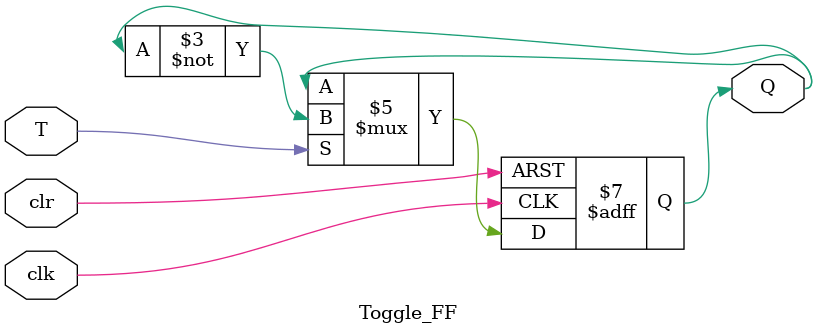
<source format=v>
module Toggle_FF(T, clk, clr, Q);

input clk,T,clr;
output reg Q;

always @(posedge clk or posedge clr) begin
	if (clr)
		Q = 1'b0;
	else if (T == 1'b1)
		Q <= ~Q;
		
	else
		Q <= Q;

end
endmodule
</source>
